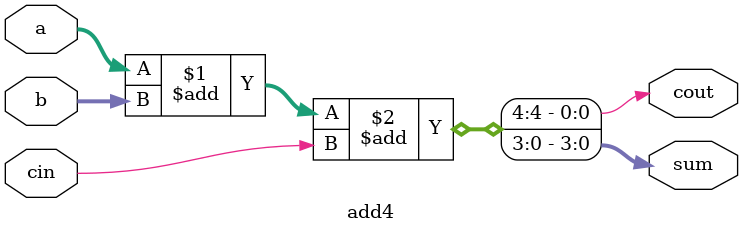
<source format=v>
module add4 (
    input  wire [3:0] a,
    input  wire [3:0] b,
    input  wire       cin,
    output wire [3:0] sum,
    output wire       cout
);
    assign {cout, sum} = a + b + cin;
endmodule

</source>
